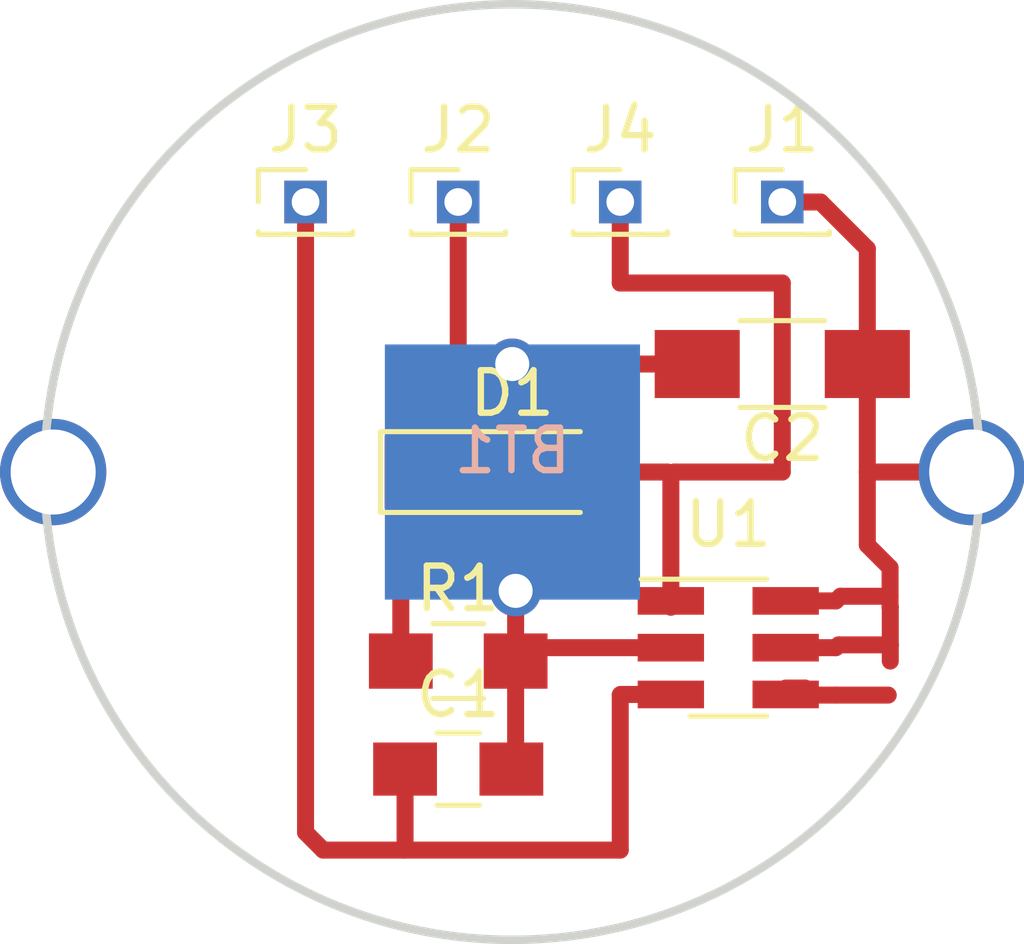
<source format=kicad_pcb>
(kicad_pcb (version 20171130) (host pcbnew "(5.0.0-rc2-39-ga12b9db58)")

  (general
    (thickness 1.6)
    (drawings 3)
    (tracks 60)
    (zones 0)
    (modules 10)
    (nets 7)
  )

  (page A4)
  (layers
    (0 F.Cu signal)
    (31 B.Cu signal)
    (32 B.Adhes user)
    (33 F.Adhes user)
    (34 B.Paste user)
    (35 F.Paste user)
    (36 B.SilkS user)
    (37 F.SilkS user)
    (38 B.Mask user)
    (39 F.Mask user)
    (40 Dwgs.User user)
    (41 Cmts.User user)
    (42 Eco1.User user hide)
    (43 Eco2.User user)
    (44 Edge.Cuts user)
    (45 Margin user)
    (46 B.CrtYd user)
    (47 F.CrtYd user)
    (48 B.Fab user)
    (49 F.Fab user)
  )

  (setup
    (last_trace_width 0.4)
    (trace_clearance 0.4)
    (zone_clearance 0.508)
    (zone_45_only no)
    (trace_min 0.4)
    (segment_width 0.2)
    (edge_width 0.2)
    (via_size 1.2)
    (via_drill 0.8)
    (via_min_size 0.4)
    (via_min_drill 0.3)
    (uvia_size 0.3)
    (uvia_drill 0.1)
    (uvias_allowed no)
    (uvia_min_size 0.2)
    (uvia_min_drill 0.1)
    (pcb_text_width 0.3)
    (pcb_text_size 1.5 1.5)
    (mod_edge_width 0.15)
    (mod_text_size 1 1)
    (mod_text_width 0.15)
    (pad_size 2.5 2.5)
    (pad_drill 2)
    (pad_to_mask_clearance 0.2)
    (aux_axis_origin 0 0)
    (visible_elements FFFFFF7F)
    (pcbplotparams
      (layerselection 0x010fc_ffffffff)
      (usegerberextensions false)
      (usegerberattributes false)
      (usegerberadvancedattributes false)
      (creategerberjobfile false)
      (excludeedgelayer true)
      (linewidth 0.100000)
      (plotframeref false)
      (viasonmask false)
      (mode 1)
      (useauxorigin false)
      (hpglpennumber 1)
      (hpglpenspeed 20)
      (hpglpendiameter 15.000000)
      (psnegative false)
      (psa4output false)
      (plotreference true)
      (plotvalue true)
      (plotinvisibletext false)
      (padsonsilk false)
      (subtractmaskfromsilk false)
      (outputformat 1)
      (mirror false)
      (drillshape 1)
      (scaleselection 1)
      (outputdirectory ""))
  )

  (net 0 "")
  (net 1 GND)
  (net 2 "Net-(U1-Pad4)")
  (net 3 VDD)
  (net 4 "Net-(D1-Pad1)")
  (net 5 /sensor)
  (net 6 /out)

  (net_class Default "This is the default net class."
    (clearance 0.4)
    (trace_width 0.4)
    (via_dia 1.2)
    (via_drill 0.8)
    (uvia_dia 0.3)
    (uvia_drill 0.1)
    (diff_pair_gap 0.25)
    (diff_pair_width 0.5)
    (add_net /out)
    (add_net /sensor)
    (add_net GND)
    (add_net "Net-(D1-Pad1)")
    (add_net "Net-(U1-Pad4)")
    (add_net VDD)
  )

  (module touchflower:BK-913 (layer B.Cu) (tedit 5B13DCF0) (tstamp 5B2C4764)
    (at 0.005 0)
    (path /5B13A4CA)
    (fp_text reference BT1 (at 0 -0.5) (layer B.SilkS)
      (effects (font (size 1 1) (thickness 0.15)) (justify mirror))
    )
    (fp_text value Battery_Cell (at 0 0.5) (layer B.Fab)
      (effects (font (size 1 1) (thickness 0.15)) (justify mirror))
    )
    (fp_line (start -10.75 -7.75) (end -10.75 7.75) (layer B.Fab) (width 0.15))
    (fp_line (start 10.75 -7.75) (end -10.75 -7.75) (layer B.Fab) (width 0.15))
    (fp_line (start 10.75 7.75) (end 10.75 -7.75) (layer B.Fab) (width 0.15))
    (fp_line (start -10.75 7.75) (end 10.75 7.75) (layer B.Fab) (width 0.15))
    (fp_circle (center 0 0) (end 10 0) (layer B.CrtYd) (width 0.15))
    (pad 2 smd rect (at 0 0) (size 6 6) (layers B.Cu B.Paste B.Mask)
      (net 1 GND))
    (pad 1 thru_hole circle (at -10.8 0) (size 2.5 2.5) (drill 2) (layers *.Cu *.Mask)
      (net 3 VDD))
    (pad 1 thru_hole circle (at 10.8 0) (size 2.5 2.5) (drill 2) (layers *.Cu *.Mask)
      (net 3 VDD))
    (model /home/jon/projects/personal/jewelry/touchflower/touchflower/BK-913.step
      (at (xyz 0 0 0))
      (scale (xyz 1 1 1))
      (rotate (xyz -90 0 0))
    )
  )

  (module Pin_Headers:Pin_Header_Straight_1x01_Pitch1.27mm (layer F.Cu) (tedit 59650535) (tstamp 5B1B8593)
    (at 6.35 -6.35)
    (descr "Through hole straight pin header, 1x01, 1.27mm pitch, single row")
    (tags "Through hole pin header THT 1x01 1.27mm single row")
    (path /5B12F198)
    (fp_text reference J1 (at 0 -1.695) (layer F.SilkS)
      (effects (font (size 1 1) (thickness 0.15)))
    )
    (fp_text value Conn_01x01 (at 0 1.695) (layer F.Fab)
      (effects (font (size 1 1) (thickness 0.15)))
    )
    (fp_line (start -0.525 -0.635) (end 1.05 -0.635) (layer F.Fab) (width 0.1))
    (fp_line (start 1.05 -0.635) (end 1.05 0.635) (layer F.Fab) (width 0.1))
    (fp_line (start 1.05 0.635) (end -1.05 0.635) (layer F.Fab) (width 0.1))
    (fp_line (start -1.05 0.635) (end -1.05 -0.11) (layer F.Fab) (width 0.1))
    (fp_line (start -1.05 -0.11) (end -0.525 -0.635) (layer F.Fab) (width 0.1))
    (fp_line (start -1.11 0.76) (end 1.11 0.76) (layer F.SilkS) (width 0.12))
    (fp_line (start -1.11 0.76) (end -1.11 0.695) (layer F.SilkS) (width 0.12))
    (fp_line (start 1.11 0.76) (end 1.11 0.695) (layer F.SilkS) (width 0.12))
    (fp_line (start -1.11 0.76) (end -0.563471 0.76) (layer F.SilkS) (width 0.12))
    (fp_line (start 0.563471 0.76) (end 1.11 0.76) (layer F.SilkS) (width 0.12))
    (fp_line (start -1.11 0) (end -1.11 -0.76) (layer F.SilkS) (width 0.12))
    (fp_line (start -1.11 -0.76) (end 0 -0.76) (layer F.SilkS) (width 0.12))
    (fp_line (start -1.55 -1.15) (end -1.55 1.15) (layer F.CrtYd) (width 0.05))
    (fp_line (start -1.55 1.15) (end 1.55 1.15) (layer F.CrtYd) (width 0.05))
    (fp_line (start 1.55 1.15) (end 1.55 -1.15) (layer F.CrtYd) (width 0.05))
    (fp_line (start 1.55 -1.15) (end -1.55 -1.15) (layer F.CrtYd) (width 0.05))
    (fp_text user %R (at 0 0 90) (layer F.Fab)
      (effects (font (size 1 1) (thickness 0.15)))
    )
    (pad 1 thru_hole rect (at 0 0) (size 1 1) (drill 0.65) (layers *.Cu *.Mask)
      (net 3 VDD))
    (model ${KISYS3DMOD}/Pin_Headers.3dshapes/Pin_Header_Straight_1x01_Pitch1.27mm.wrl
      (at (xyz 0 0 0))
      (scale (xyz 1 1 1))
      (rotate (xyz 0 0 0))
    )
  )

  (module LEDs:LED_1206_HandSoldering (layer F.Cu) (tedit 595FC724) (tstamp 5B18FDB5)
    (at 0 0)
    (descr "LED SMD 1206, hand soldering")
    (tags "LED 1206")
    (path /5B1067AB)
    (attr smd)
    (fp_text reference D1 (at 0 -1.85) (layer F.SilkS)
      (effects (font (size 1 1) (thickness 0.15)))
    )
    (fp_text value LED (at 0 1.9) (layer F.Fab)
      (effects (font (size 1 1) (thickness 0.15)))
    )
    (fp_line (start -3.1 -0.95) (end -3.1 0.95) (layer F.SilkS) (width 0.12))
    (fp_line (start -0.4 0) (end 0.2 -0.4) (layer F.Fab) (width 0.1))
    (fp_line (start 0.2 -0.4) (end 0.2 0.4) (layer F.Fab) (width 0.1))
    (fp_line (start 0.2 0.4) (end -0.4 0) (layer F.Fab) (width 0.1))
    (fp_line (start -0.45 -0.4) (end -0.45 0.4) (layer F.Fab) (width 0.1))
    (fp_line (start -1.6 0.8) (end -1.6 -0.8) (layer F.Fab) (width 0.1))
    (fp_line (start 1.6 0.8) (end -1.6 0.8) (layer F.Fab) (width 0.1))
    (fp_line (start 1.6 -0.8) (end 1.6 0.8) (layer F.Fab) (width 0.1))
    (fp_line (start -1.6 -0.8) (end 1.6 -0.8) (layer F.Fab) (width 0.1))
    (fp_line (start -3.1 0.95) (end 1.6 0.95) (layer F.SilkS) (width 0.12))
    (fp_line (start -3.1 -0.95) (end 1.6 -0.95) (layer F.SilkS) (width 0.12))
    (fp_line (start -3.25 -1.11) (end 3.25 -1.11) (layer F.CrtYd) (width 0.05))
    (fp_line (start -3.25 -1.11) (end -3.25 1.1) (layer F.CrtYd) (width 0.05))
    (fp_line (start 3.25 1.1) (end 3.25 -1.11) (layer F.CrtYd) (width 0.05))
    (fp_line (start 3.25 1.1) (end -3.25 1.1) (layer F.CrtYd) (width 0.05))
    (pad 1 smd rect (at -2 0) (size 2 1.7) (layers F.Cu F.Paste F.Mask)
      (net 4 "Net-(D1-Pad1)"))
    (pad 2 smd rect (at 2 0) (size 2 1.7) (layers F.Cu F.Paste F.Mask)
      (net 6 /out))
    (model ${KISYS3DMOD}/LEDs.3dshapes/LED_1206.wrl
      (at (xyz 0 0 0))
      (scale (xyz 1 1 1))
      (rotate (xyz 0 0 180))
    )
  )

  (module Pin_Headers:Pin_Header_Straight_1x01_Pitch1.27mm (layer F.Cu) (tedit 59650535) (tstamp 5B1B85BD)
    (at -1.27 -6.35)
    (descr "Through hole straight pin header, 1x01, 1.27mm pitch, single row")
    (tags "Through hole pin header THT 1x01 1.27mm single row")
    (path /5B12F106)
    (fp_text reference J2 (at 0 -1.695) (layer F.SilkS)
      (effects (font (size 1 1) (thickness 0.15)))
    )
    (fp_text value Conn_01x01 (at 0 1.695) (layer F.Fab)
      (effects (font (size 1 1) (thickness 0.15)))
    )
    (fp_text user %R (at 0 0 90) (layer F.Fab)
      (effects (font (size 1 1) (thickness 0.15)))
    )
    (fp_line (start 1.55 -1.15) (end -1.55 -1.15) (layer F.CrtYd) (width 0.05))
    (fp_line (start 1.55 1.15) (end 1.55 -1.15) (layer F.CrtYd) (width 0.05))
    (fp_line (start -1.55 1.15) (end 1.55 1.15) (layer F.CrtYd) (width 0.05))
    (fp_line (start -1.55 -1.15) (end -1.55 1.15) (layer F.CrtYd) (width 0.05))
    (fp_line (start -1.11 -0.76) (end 0 -0.76) (layer F.SilkS) (width 0.12))
    (fp_line (start -1.11 0) (end -1.11 -0.76) (layer F.SilkS) (width 0.12))
    (fp_line (start 0.563471 0.76) (end 1.11 0.76) (layer F.SilkS) (width 0.12))
    (fp_line (start -1.11 0.76) (end -0.563471 0.76) (layer F.SilkS) (width 0.12))
    (fp_line (start 1.11 0.76) (end 1.11 0.695) (layer F.SilkS) (width 0.12))
    (fp_line (start -1.11 0.76) (end -1.11 0.695) (layer F.SilkS) (width 0.12))
    (fp_line (start -1.11 0.76) (end 1.11 0.76) (layer F.SilkS) (width 0.12))
    (fp_line (start -1.05 -0.11) (end -0.525 -0.635) (layer F.Fab) (width 0.1))
    (fp_line (start -1.05 0.635) (end -1.05 -0.11) (layer F.Fab) (width 0.1))
    (fp_line (start 1.05 0.635) (end -1.05 0.635) (layer F.Fab) (width 0.1))
    (fp_line (start 1.05 -0.635) (end 1.05 0.635) (layer F.Fab) (width 0.1))
    (fp_line (start -0.525 -0.635) (end 1.05 -0.635) (layer F.Fab) (width 0.1))
    (pad 1 thru_hole rect (at 0 0) (size 1 1) (drill 0.65) (layers *.Cu *.Mask)
      (net 1 GND))
    (model ${KISYS3DMOD}/Pin_Headers.3dshapes/Pin_Header_Straight_1x01_Pitch1.27mm.wrl
      (at (xyz 0 0 0))
      (scale (xyz 1 1 1))
      (rotate (xyz 0 0 0))
    )
  )

  (module Pin_Headers:Pin_Header_Straight_1x01_Pitch1.27mm (layer F.Cu) (tedit 59650535) (tstamp 5B1B85D3)
    (at -4.86 -6.35)
    (descr "Through hole straight pin header, 1x01, 1.27mm pitch, single row")
    (tags "Through hole pin header THT 1x01 1.27mm single row")
    (path /5B12E8EB)
    (fp_text reference J3 (at 0 -1.695) (layer F.SilkS)
      (effects (font (size 1 1) (thickness 0.15)))
    )
    (fp_text value Conn_01x01 (at 0 1.695) (layer F.Fab)
      (effects (font (size 1 1) (thickness 0.15)))
    )
    (fp_line (start -0.525 -0.635) (end 1.05 -0.635) (layer F.Fab) (width 0.1))
    (fp_line (start 1.05 -0.635) (end 1.05 0.635) (layer F.Fab) (width 0.1))
    (fp_line (start 1.05 0.635) (end -1.05 0.635) (layer F.Fab) (width 0.1))
    (fp_line (start -1.05 0.635) (end -1.05 -0.11) (layer F.Fab) (width 0.1))
    (fp_line (start -1.05 -0.11) (end -0.525 -0.635) (layer F.Fab) (width 0.1))
    (fp_line (start -1.11 0.76) (end 1.11 0.76) (layer F.SilkS) (width 0.12))
    (fp_line (start -1.11 0.76) (end -1.11 0.695) (layer F.SilkS) (width 0.12))
    (fp_line (start 1.11 0.76) (end 1.11 0.695) (layer F.SilkS) (width 0.12))
    (fp_line (start -1.11 0.76) (end -0.563471 0.76) (layer F.SilkS) (width 0.12))
    (fp_line (start 0.563471 0.76) (end 1.11 0.76) (layer F.SilkS) (width 0.12))
    (fp_line (start -1.11 0) (end -1.11 -0.76) (layer F.SilkS) (width 0.12))
    (fp_line (start -1.11 -0.76) (end 0 -0.76) (layer F.SilkS) (width 0.12))
    (fp_line (start -1.55 -1.15) (end -1.55 1.15) (layer F.CrtYd) (width 0.05))
    (fp_line (start -1.55 1.15) (end 1.55 1.15) (layer F.CrtYd) (width 0.05))
    (fp_line (start 1.55 1.15) (end 1.55 -1.15) (layer F.CrtYd) (width 0.05))
    (fp_line (start 1.55 -1.15) (end -1.55 -1.15) (layer F.CrtYd) (width 0.05))
    (fp_text user %R (at 0 0 90) (layer F.Fab)
      (effects (font (size 1 1) (thickness 0.15)))
    )
    (pad 1 thru_hole rect (at 0 0) (size 1 1) (drill 0.65) (layers *.Cu *.Mask)
      (net 5 /sensor))
    (model ${KISYS3DMOD}/Pin_Headers.3dshapes/Pin_Header_Straight_1x01_Pitch1.27mm.wrl
      (at (xyz 0 0 0))
      (scale (xyz 1 1 1))
      (rotate (xyz 0 0 0))
    )
  )

  (module Pin_Headers:Pin_Header_Straight_1x01_Pitch1.27mm (layer F.Cu) (tedit 59650535) (tstamp 5B1B85E9)
    (at 2.54 -6.35)
    (descr "Through hole straight pin header, 1x01, 1.27mm pitch, single row")
    (tags "Through hole pin header THT 1x01 1.27mm single row")
    (path /5B136276)
    (fp_text reference J4 (at 0 -1.695) (layer F.SilkS)
      (effects (font (size 1 1) (thickness 0.15)))
    )
    (fp_text value Conn_01x01 (at 0 1.695) (layer F.Fab)
      (effects (font (size 1 1) (thickness 0.15)))
    )
    (fp_text user %R (at 0 0 90) (layer F.Fab)
      (effects (font (size 1 1) (thickness 0.15)))
    )
    (fp_line (start 1.55 -1.15) (end -1.55 -1.15) (layer F.CrtYd) (width 0.05))
    (fp_line (start 1.55 1.15) (end 1.55 -1.15) (layer F.CrtYd) (width 0.05))
    (fp_line (start -1.55 1.15) (end 1.55 1.15) (layer F.CrtYd) (width 0.05))
    (fp_line (start -1.55 -1.15) (end -1.55 1.15) (layer F.CrtYd) (width 0.05))
    (fp_line (start -1.11 -0.76) (end 0 -0.76) (layer F.SilkS) (width 0.12))
    (fp_line (start -1.11 0) (end -1.11 -0.76) (layer F.SilkS) (width 0.12))
    (fp_line (start 0.563471 0.76) (end 1.11 0.76) (layer F.SilkS) (width 0.12))
    (fp_line (start -1.11 0.76) (end -0.563471 0.76) (layer F.SilkS) (width 0.12))
    (fp_line (start 1.11 0.76) (end 1.11 0.695) (layer F.SilkS) (width 0.12))
    (fp_line (start -1.11 0.76) (end -1.11 0.695) (layer F.SilkS) (width 0.12))
    (fp_line (start -1.11 0.76) (end 1.11 0.76) (layer F.SilkS) (width 0.12))
    (fp_line (start -1.05 -0.11) (end -0.525 -0.635) (layer F.Fab) (width 0.1))
    (fp_line (start -1.05 0.635) (end -1.05 -0.11) (layer F.Fab) (width 0.1))
    (fp_line (start 1.05 0.635) (end -1.05 0.635) (layer F.Fab) (width 0.1))
    (fp_line (start 1.05 -0.635) (end 1.05 0.635) (layer F.Fab) (width 0.1))
    (fp_line (start -0.525 -0.635) (end 1.05 -0.635) (layer F.Fab) (width 0.1))
    (pad 1 thru_hole rect (at 0 0) (size 1 1) (drill 0.65) (layers *.Cu *.Mask)
      (net 6 /out))
    (model ${KISYS3DMOD}/Pin_Headers.3dshapes/Pin_Header_Straight_1x01_Pitch1.27mm.wrl
      (at (xyz 0 0 0))
      (scale (xyz 1 1 1))
      (rotate (xyz 0 0 0))
    )
  )

  (module Capacitors_SMD:C_0805_HandSoldering (layer F.Cu) (tedit 58AA84A8) (tstamp 5B1B98F7)
    (at -1.27 6.985)
    (descr "Capacitor SMD 0805, hand soldering")
    (tags "capacitor 0805")
    (path /5B1039DE)
    (attr smd)
    (fp_text reference C1 (at 0 -1.75) (layer F.SilkS)
      (effects (font (size 1 1) (thickness 0.15)))
    )
    (fp_text value C (at 0 1.75) (layer F.Fab)
      (effects (font (size 1 1) (thickness 0.15)))
    )
    (fp_text user %R (at 0 -1.75) (layer F.Fab)
      (effects (font (size 1 1) (thickness 0.15)))
    )
    (fp_line (start -1 0.62) (end -1 -0.62) (layer F.Fab) (width 0.1))
    (fp_line (start 1 0.62) (end -1 0.62) (layer F.Fab) (width 0.1))
    (fp_line (start 1 -0.62) (end 1 0.62) (layer F.Fab) (width 0.1))
    (fp_line (start -1 -0.62) (end 1 -0.62) (layer F.Fab) (width 0.1))
    (fp_line (start 0.5 -0.85) (end -0.5 -0.85) (layer F.SilkS) (width 0.12))
    (fp_line (start -0.5 0.85) (end 0.5 0.85) (layer F.SilkS) (width 0.12))
    (fp_line (start -2.25 -0.88) (end 2.25 -0.88) (layer F.CrtYd) (width 0.05))
    (fp_line (start -2.25 -0.88) (end -2.25 0.87) (layer F.CrtYd) (width 0.05))
    (fp_line (start 2.25 0.87) (end 2.25 -0.88) (layer F.CrtYd) (width 0.05))
    (fp_line (start 2.25 0.87) (end -2.25 0.87) (layer F.CrtYd) (width 0.05))
    (pad 1 smd rect (at -1.25 0) (size 1.5 1.25) (layers F.Cu F.Paste F.Mask)
      (net 5 /sensor))
    (pad 2 smd rect (at 1.25 0) (size 1.5 1.25) (layers F.Cu F.Paste F.Mask)
      (net 1 GND))
    (model Capacitors_SMD.3dshapes/C_0805.wrl
      (at (xyz 0 0 0))
      (scale (xyz 1 1 1))
      (rotate (xyz 0 0 0))
    )
  )

  (module Resistors_SMD:R_0805_HandSoldering (layer F.Cu) (tedit 58E0A804) (tstamp 5B1B9F82)
    (at -1.27 4.445)
    (descr "Resistor SMD 0805, hand soldering")
    (tags "resistor 0805")
    (path /5B10686B)
    (attr smd)
    (fp_text reference R1 (at 0 -1.7) (layer F.SilkS)
      (effects (font (size 1 1) (thickness 0.15)))
    )
    (fp_text value R (at 0 1.75) (layer F.Fab)
      (effects (font (size 1 1) (thickness 0.15)))
    )
    (fp_text user %R (at 0 0) (layer F.Fab)
      (effects (font (size 0.5 0.5) (thickness 0.075)))
    )
    (fp_line (start -1 0.62) (end -1 -0.62) (layer F.Fab) (width 0.1))
    (fp_line (start 1 0.62) (end -1 0.62) (layer F.Fab) (width 0.1))
    (fp_line (start 1 -0.62) (end 1 0.62) (layer F.Fab) (width 0.1))
    (fp_line (start -1 -0.62) (end 1 -0.62) (layer F.Fab) (width 0.1))
    (fp_line (start 0.6 0.88) (end -0.6 0.88) (layer F.SilkS) (width 0.12))
    (fp_line (start -0.6 -0.88) (end 0.6 -0.88) (layer F.SilkS) (width 0.12))
    (fp_line (start -2.35 -0.9) (end 2.35 -0.9) (layer F.CrtYd) (width 0.05))
    (fp_line (start -2.35 -0.9) (end -2.35 0.9) (layer F.CrtYd) (width 0.05))
    (fp_line (start 2.35 0.9) (end 2.35 -0.9) (layer F.CrtYd) (width 0.05))
    (fp_line (start 2.35 0.9) (end -2.35 0.9) (layer F.CrtYd) (width 0.05))
    (pad 1 smd rect (at -1.35 0) (size 1.5 1.3) (layers F.Cu F.Paste F.Mask)
      (net 4 "Net-(D1-Pad1)"))
    (pad 2 smd rect (at 1.35 0) (size 1.5 1.3) (layers F.Cu F.Paste F.Mask)
      (net 1 GND))
    (model ${KISYS3DMOD}/Resistors_SMD.3dshapes/R_0805.wrl
      (at (xyz 0 0 0))
      (scale (xyz 1 1 1))
      (rotate (xyz 0 0 0))
    )
  )

  (module Capacitors_SMD:C_1206_HandSoldering (layer F.Cu) (tedit 58AA84D1) (tstamp 5B23F79F)
    (at 6.35 -2.54 180)
    (descr "Capacitor SMD 1206, hand soldering")
    (tags "capacitor 1206")
    (path /5B10EC0D)
    (attr smd)
    (fp_text reference C2 (at 0 -1.75 180) (layer F.SilkS)
      (effects (font (size 1 1) (thickness 0.15)))
    )
    (fp_text value CP (at 0 2 180) (layer F.Fab)
      (effects (font (size 1 1) (thickness 0.15)))
    )
    (fp_text user %R (at 0 -1.75 180) (layer F.Fab)
      (effects (font (size 1 1) (thickness 0.15)))
    )
    (fp_line (start -1.6 0.8) (end -1.6 -0.8) (layer F.Fab) (width 0.1))
    (fp_line (start 1.6 0.8) (end -1.6 0.8) (layer F.Fab) (width 0.1))
    (fp_line (start 1.6 -0.8) (end 1.6 0.8) (layer F.Fab) (width 0.1))
    (fp_line (start -1.6 -0.8) (end 1.6 -0.8) (layer F.Fab) (width 0.1))
    (fp_line (start 1 -1.02) (end -1 -1.02) (layer F.SilkS) (width 0.12))
    (fp_line (start -1 1.02) (end 1 1.02) (layer F.SilkS) (width 0.12))
    (fp_line (start -3.25 -1.05) (end 3.25 -1.05) (layer F.CrtYd) (width 0.05))
    (fp_line (start -3.25 -1.05) (end -3.25 1.05) (layer F.CrtYd) (width 0.05))
    (fp_line (start 3.25 1.05) (end 3.25 -1.05) (layer F.CrtYd) (width 0.05))
    (fp_line (start 3.25 1.05) (end -3.25 1.05) (layer F.CrtYd) (width 0.05))
    (pad 1 smd rect (at -2 0 180) (size 2 1.6) (layers F.Cu F.Paste F.Mask)
      (net 3 VDD))
    (pad 2 smd rect (at 2 0 180) (size 2 1.6) (layers F.Cu F.Paste F.Mask)
      (net 1 GND))
    (model Capacitors_SMD.3dshapes/C_1206.wrl
      (at (xyz 0 0 0))
      (scale (xyz 1 1 1))
      (rotate (xyz 0 0 0))
    )
  )

  (module touchflower:SOT-223-6-extraspace (layer F.Cu) (tedit 5B13DB9C) (tstamp 5B2C64FD)
    (at 5.08 4.13)
    (descr "6-pin SOT-23 package, Handsoldering")
    (tags "SOT-23-6 Handsoldering")
    (path /5B1035E1)
    (attr smd)
    (fp_text reference U1 (at 0 -2.9) (layer F.SilkS)
      (effects (font (size 1 1) (thickness 0.15)))
    )
    (fp_text value TPP223-BA6 (at 0 2.9) (layer F.Fab)
      (effects (font (size 1 1) (thickness 0.15)))
    )
    (fp_line (start 0.9 -1.55) (end 0.9 1.55) (layer F.Fab) (width 0.1))
    (fp_line (start 0.9 1.55) (end -0.9 1.55) (layer F.Fab) (width 0.1))
    (fp_line (start -0.9 -0.9) (end -0.9 1.55) (layer F.Fab) (width 0.1))
    (fp_line (start 0.9 -1.55) (end -0.25 -1.55) (layer F.Fab) (width 0.1))
    (fp_line (start -0.9 -0.9) (end -0.25 -1.55) (layer F.Fab) (width 0.1))
    (fp_line (start -2.4 -1.8) (end 2.4 -1.8) (layer F.CrtYd) (width 0.05))
    (fp_line (start 2.4 -1.8) (end 2.4 1.8) (layer F.CrtYd) (width 0.05))
    (fp_line (start 2.4 1.8) (end -2.4 1.8) (layer F.CrtYd) (width 0.05))
    (fp_line (start -2.4 1.8) (end -2.4 -1.8) (layer F.CrtYd) (width 0.05))
    (fp_line (start 0.9 -1.61) (end -2.05 -1.61) (layer F.SilkS) (width 0.12))
    (fp_line (start -0.9 1.61) (end 0.9 1.61) (layer F.SilkS) (width 0.12))
    (fp_text user %R (at 0 0 90) (layer F.Fab)
      (effects (font (size 0.5 0.5) (thickness 0.075)))
    )
    (pad 5 smd rect (at 1.35 0) (size 1.56 0.65) (layers F.Cu F.Paste F.Mask)
      (net 3 VDD))
    (pad 6 smd rect (at 1.35 -1.1) (size 1.56 0.65) (layers F.Cu F.Paste F.Mask)
      (net 3 VDD))
    (pad 4 smd rect (at 1.35 1.1) (size 1.56 0.65) (layers F.Cu F.Paste F.Mask)
      (net 2 "Net-(U1-Pad4)"))
    (pad 3 smd rect (at -1.35 1.1) (size 1.56 0.65) (layers F.Cu F.Paste F.Mask)
      (net 5 /sensor))
    (pad 2 smd rect (at -1.35 0) (size 1.56 0.65) (layers F.Cu F.Paste F.Mask)
      (net 1 GND))
    (pad 1 smd rect (at -1.35 -1.1) (size 1.56 0.65) (layers F.Cu F.Paste F.Mask)
      (net 6 /out))
    (model ${KISYS3DMOD}/TO_SOT_Packages_SMD.3dshapes/SOT-23-6.wrl
      (at (xyz 0 0 0))
      (scale (xyz 1 1 1))
      (rotate (xyz 0 0 0))
    )
  )

  (gr_circle (center 0 0) (end 7 0) (layer Eco1.User) (width 0.2) (tstamp 5B1B884F))
  (gr_circle (center 0 0) (end 9 0) (layer Eco1.User) (width 0.2))
  (gr_circle (center 0 0) (end 11 0) (layer Edge.Cuts) (width 0.2))

  (segment (start 0.08 6.885) (end -0.02 6.985) (width 0.4) (layer F.Cu) (net 1))
  (segment (start 0.08 4.445) (end 0.08 6.885) (width 0.4) (layer F.Cu) (net 1))
  (segment (start 5.1 -2.54) (end 2.54 -2.54) (width 0.4) (layer F.Cu) (net 1))
  (segment (start 2.54 -2.54) (end 0 -2.54) (width 0.4) (layer F.Cu) (net 1))
  (segment (start 0.395 4.13) (end 0.08 4.445) (width 0.4) (layer F.Cu) (net 1))
  (segment (start 3.73 4.13) (end 0.395 4.13) (width 0.4) (layer F.Cu) (net 1))
  (segment (start 0 -2.54) (end -1.27 -2.54) (width 0.4) (layer F.Cu) (net 1))
  (segment (start -1.27 -2.54) (end -1.27 -6.35) (width 0.4) (layer F.Cu) (net 1))
  (segment (start 0 -2.54) (end 0 -2.54) (width 0.4) (layer F.Cu) (net 1) (tstamp 5B2C49A1))
  (segment (start 0 1.905) (end 0 -2.54) (width 0.4) (layer F.Cu) (net 1))
  (segment (start 0.08 4.445) (end 0.08 2.794) (width 0.4) (layer F.Cu) (net 1))
  (segment (start 0.08 1.985) (end 0 1.905) (width 0.4) (layer F.Cu) (net 1))
  (segment (start 0.08 2.54) (end 0.08 1.985) (width 0.4) (layer F.Cu) (net 1) (tstamp 5B2C6575))
  (segment (start 0 -2.54) (end 0 -2.54) (width 0.4) (layer F.Cu) (net 1) (tstamp 5B2C657A))
  (via (at 0 -2.54) (size 1.2) (drill 0.8) (layers F.Cu B.Cu) (net 1))
  (segment (start 0.08 2.794) (end 0.08 2.54) (width 0.4) (layer F.Cu) (net 1) (tstamp 5B2C657C))
  (via (at 0.08 2.794) (size 1.2) (drill 0.8) (layers F.Cu B.Cu) (net 1))
  (segment (start 6.885 5.08) (end 7.05001 5.24501) (width 0.4) (layer F.Cu) (net 2))
  (segment (start 6.43 5.08) (end 6.885 5.08) (width 0.4) (layer F.Cu) (net 2))
  (segment (start 7.05001 5.24501) (end 7.593626 5.24501) (width 0.4) (layer F.Cu) (net 2))
  (segment (start 7.593626 5.24501) (end 8.841604 5.24501) (width 0.4) (layer F.Cu) (net 2))
  (segment (start 7.7 -2.44) (end 7.6 -2.54) (width 0.4) (layer F.Cu) (net 3))
  (segment (start 8.35 -5.25) (end 7.25 -6.35) (width 0.4) (layer F.Cu) (net 3))
  (segment (start 7.25 -6.35) (end 6.35 -6.35) (width 0.4) (layer F.Cu) (net 3))
  (segment (start 8.35 -2.54) (end 8.35 -5.25) (width 0.4) (layer F.Cu) (net 3))
  (segment (start 10.298711 0) (end 10.298711 -0.000003) (width 0.4) (layer F.Cu) (net 3))
  (segment (start 8.35 0) (end 10.298711 0) (width 0.4) (layer F.Cu) (net 3))
  (segment (start 8.35 -2.54) (end 8.35 0) (width 0.4) (layer F.Cu) (net 3))
  (segment (start 8.35 0) (end 8.35 1.715) (width 0.4) (layer F.Cu) (net 3))
  (segment (start 8.35 1.715) (end 8.885 2.25) (width 0.4) (layer F.Cu) (net 3))
  (segment (start 8.89 3.175) (end 8.885 3.18) (width 0.4) (layer F.Cu) (net 3))
  (segment (start 7.61 4.13) (end 7.676 4.064) (width 0.4) (layer F.Cu) (net 3))
  (segment (start 6.43 4.13) (end 7.61 4.13) (width 0.4) (layer F.Cu) (net 3))
  (segment (start 7.676 4.064) (end 8.89 4.064) (width 0.4) (layer F.Cu) (net 3))
  (segment (start 8.89 4.445) (end 8.89 4.064) (width 0.4) (layer F.Cu) (net 3))
  (segment (start 8.89 4.064) (end 8.89 3.175) (width 0.4) (layer F.Cu) (net 3))
  (segment (start 7.719 2.921) (end 8.885 2.921) (width 0.4) (layer F.Cu) (net 3))
  (segment (start 7.61 3.03) (end 7.719 2.921) (width 0.4) (layer F.Cu) (net 3))
  (segment (start 6.43 3.03) (end 7.61 3.03) (width 0.4) (layer F.Cu) (net 3))
  (segment (start 8.885 2.25) (end 8.885 2.921) (width 0.4) (layer F.Cu) (net 3))
  (segment (start 8.885 2.921) (end 8.885 3.18) (width 0.4) (layer F.Cu) (net 3))
  (segment (start -2.62 0.62) (end -2 0) (width 0.4) (layer F.Cu) (net 4))
  (segment (start -2.62 4.445) (end -2.62 0.62) (width 0.4) (layer F.Cu) (net 4))
  (segment (start -2.52 8.87) (end -2.52 6.985) (width 0.4) (layer F.Cu) (net 5))
  (segment (start -2.54 8.89) (end -2.52 8.87) (width 0.4) (layer F.Cu) (net 5))
  (segment (start -4.86 -6.35) (end -4.86 8.475) (width 0.4) (layer F.Cu) (net 5))
  (segment (start -4.445 8.89) (end -2.54 8.89) (width 0.4) (layer F.Cu) (net 5))
  (segment (start -4.86 8.475) (end -4.445 8.89) (width 0.4) (layer F.Cu) (net 5))
  (segment (start 2.54 8.89) (end -2.54 8.89) (width 0.4) (layer F.Cu) (net 5))
  (segment (start 2.54 5.24) (end 2.54 8.89) (width 0.4) (layer F.Cu) (net 5))
  (segment (start 2.55 5.23) (end 2.54 5.24) (width 0.4) (layer F.Cu) (net 5))
  (segment (start 3.73 5.23) (end 2.55 5.23) (width 0.4) (layer F.Cu) (net 5))
  (segment (start 3.73 3.18) (end 3.73 0.08) (width 0.4) (layer F.Cu) (net 6))
  (segment (start 3.65 0) (end 2 0) (width 0.4) (layer F.Cu) (net 6))
  (segment (start 3.73 0.08) (end 3.65 0) (width 0.4) (layer F.Cu) (net 6))
  (segment (start 2.54 -6.35) (end 2.54 -4.445) (width 0.4) (layer F.Cu) (net 6))
  (segment (start 2.54 -4.445) (end 6.35 -4.445) (width 0.4) (layer F.Cu) (net 6))
  (segment (start 6.35 -4.445) (end 6.35 0) (width 0.4) (layer F.Cu) (net 6))
  (segment (start 3.81 0) (end 3.73 0.08) (width 0.4) (layer F.Cu) (net 6))
  (segment (start 6.35 0) (end 3.81 0) (width 0.4) (layer F.Cu) (net 6))

)

</source>
